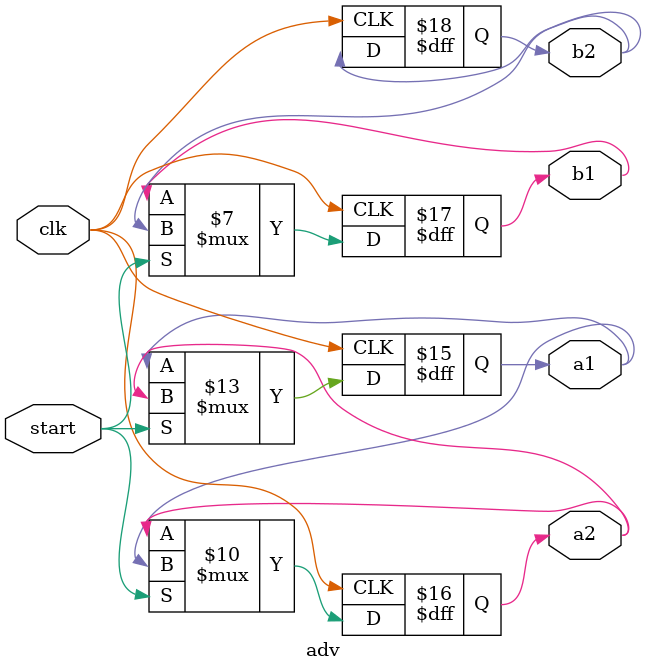
<source format=v>
`timescale 1ns / 1ps

module adv (
	input wire clk,
	input wire start,
	output reg a1,
	output reg a2,
	output reg b1,
	output reg b2
);

	reg a1,a2,b1,b2;
	
	initial begin
		a1 <= 0;
		a2 <= 1;
		b1 <= 0;
		b2 <= 1;
	end

	always @(posedge clk) begin
	   if (start== 1) begin
		a1 <= a2;
		a2 <= a1;
		b1 = b2;
		b2 = b1;	
		end
	end
endmodule
	
	

</source>
